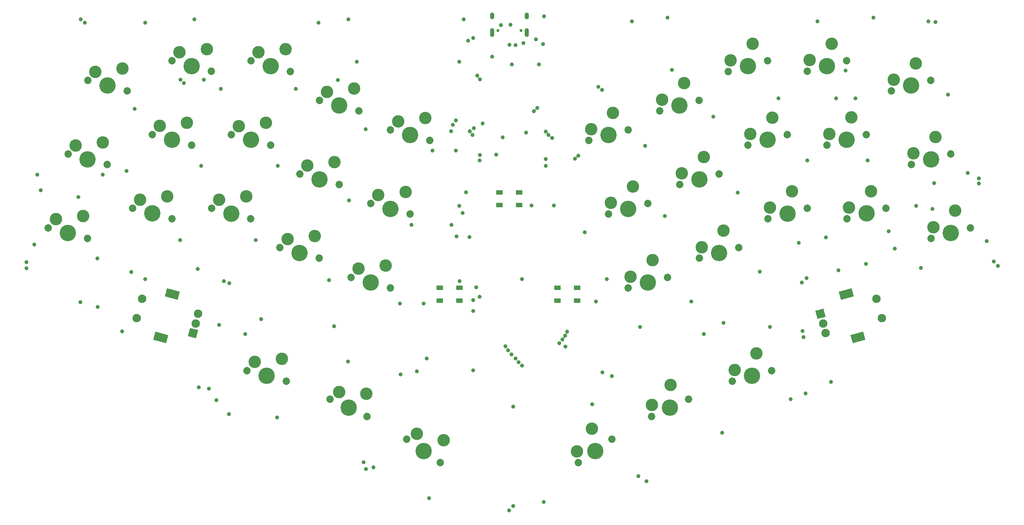
<source format=gbr>
G04 #@! TF.GenerationSoftware,KiCad,Pcbnew,(5.1.9)-1*
G04 #@! TF.CreationDate,2021-04-22T16:11:50-07:00*
G04 #@! TF.ProjectId,euclid36,6575636c-6964-4333-962e-6b696361645f,1.2*
G04 #@! TF.SameCoordinates,PX2faf080PY2faf080*
G04 #@! TF.FileFunction,Soldermask,Top*
G04 #@! TF.FilePolarity,Negative*
%FSLAX46Y46*%
G04 Gerber Fmt 4.6, Leading zero omitted, Abs format (unit mm)*
G04 Created by KiCad (PCBNEW (5.1.9)-1) date 2021-04-22 16:11:50*
%MOMM*%
%LPD*%
G01*
G04 APERTURE LIST*
%ADD10C,0.750000*%
%ADD11O,1.100000X2.200000*%
%ADD12O,1.100000X1.700000*%
%ADD13C,2.102000*%
%ADD14C,3.102000*%
%ADD15C,4.089800*%
%ADD16C,1.852000*%
%ADD17C,1.002000*%
%ADD18C,0.100000*%
G04 APERTURE END LIST*
D10*
X103550000Y19770000D03*
X97770000Y19770000D03*
D11*
X96340000Y19240000D03*
X104980000Y19240000D03*
D12*
X96340000Y23420000D03*
X104980000Y23420000D03*
G36*
G01*
X177532532Y-52199520D02*
X177014894Y-50267668D01*
G75*
G02*
X177050956Y-50205206I49262J13200D01*
G01*
X178982808Y-49687568D01*
G75*
G02*
X179045270Y-49723630I13200J-49262D01*
G01*
X179562908Y-51655482D01*
G75*
G02*
X179526846Y-51717944I-49262J-13200D01*
G01*
X177594994Y-52235582D01*
G75*
G02*
X177532532Y-52199520I-13200J49262D01*
G01*
G37*
D13*
X178935948Y-53376390D03*
X179582996Y-55791204D03*
G36*
G01*
X183395081Y-47419298D02*
X182877443Y-45487447D01*
G75*
G02*
X182913505Y-45424985I49262J13200D01*
G01*
X186004467Y-44596764D01*
G75*
G02*
X186066929Y-44632826I13200J-49262D01*
G01*
X186584567Y-46564677D01*
G75*
G02*
X186548505Y-46627139I-49262J-13200D01*
G01*
X183457543Y-47455360D01*
G75*
G02*
X183395081Y-47419298I-13200J49262D01*
G01*
G37*
G36*
G01*
X186293855Y-58237668D02*
X185776217Y-56305817D01*
G75*
G02*
X185812279Y-56243355I49262J13200D01*
G01*
X188903241Y-55415134D01*
G75*
G02*
X188965703Y-55451196I13200J-49262D01*
G01*
X189483341Y-57383047D01*
G75*
G02*
X189447279Y-57445509I-49262J-13200D01*
G01*
X186356317Y-58273730D01*
G75*
G02*
X186293855Y-58237668I-13200J49262D01*
G01*
G37*
X192294825Y-47208699D03*
X193588920Y-52038328D03*
G36*
G01*
X22922607Y-55097297D02*
X22404969Y-57029149D01*
G75*
G02*
X22342507Y-57065211I-49262J13200D01*
G01*
X20410655Y-56547573D01*
G75*
G02*
X20374593Y-56485111I13200J49262D01*
G01*
X20892231Y-54553259D01*
G75*
G02*
X20954693Y-54517197I49262J-13200D01*
G01*
X22886545Y-55034835D01*
G75*
G02*
X22922607Y-55097297I-13200J-49262D01*
G01*
G37*
X22295648Y-53376390D03*
X22942695Y-50961575D03*
G36*
G01*
X15455379Y-56305817D02*
X14937741Y-58237668D01*
G75*
G02*
X14875279Y-58273730I-49262J13200D01*
G01*
X11784317Y-57445509D01*
G75*
G02*
X11748255Y-57383047I13200J49262D01*
G01*
X12265893Y-55451196D01*
G75*
G02*
X12328355Y-55415134I49262J-13200D01*
G01*
X15419317Y-56243355D01*
G75*
G02*
X15455379Y-56305817I-13200J-49262D01*
G01*
G37*
G36*
G01*
X18354153Y-45487447D02*
X17836515Y-47419298D01*
G75*
G02*
X17774053Y-47455360I-49262J13200D01*
G01*
X14683091Y-46627139D01*
G75*
G02*
X14647029Y-46564677I13200J49262D01*
G01*
X15164667Y-44632826D01*
G75*
G02*
X15227129Y-44596764I49262J-13200D01*
G01*
X18318091Y-45424985D01*
G75*
G02*
X18354153Y-45487447I-13200J-49262D01*
G01*
G37*
X7642676Y-52038328D03*
X8936771Y-47208699D03*
D14*
X121202121Y-79595525D03*
D15*
X122035243Y-85213702D03*
D14*
X117457390Y-85318382D03*
D16*
X117873951Y-88127470D03*
X126196535Y-82299934D03*
D14*
X162319043Y-60870943D03*
D15*
X161180392Y-66435247D03*
D14*
X156842814Y-64967896D03*
D16*
X156273489Y-67750048D03*
X166087295Y-65120446D03*
D14*
X140887852Y-68741209D03*
D15*
X140732731Y-74418703D03*
D14*
X136206248Y-73726857D03*
D16*
X136128687Y-76565604D03*
X145336775Y-72271802D03*
D14*
X84190767Y-82509294D03*
D15*
X79196353Y-85213702D03*
D14*
X77532268Y-80947730D03*
D16*
X75035061Y-82299934D03*
X83357645Y-88127470D03*
D14*
X64947788Y-70888110D03*
D15*
X60498865Y-74418703D03*
D14*
X58119283Y-70506506D03*
D16*
X55894821Y-72271802D03*
X65102909Y-76565604D03*
D14*
X43819456Y-62185744D03*
D15*
X40051204Y-66435247D03*
D14*
X37028427Y-62995695D03*
D16*
X35144301Y-65120446D03*
X44958107Y-67750048D03*
D14*
X211933797Y-25225098D03*
D15*
X210795146Y-30789402D03*
D14*
X206457568Y-29322051D03*
D16*
X205888243Y-32104203D03*
X215702049Y-29474601D03*
D14*
X190903311Y-20341795D03*
D15*
X189764660Y-25906099D03*
D14*
X185427082Y-24438748D03*
D16*
X184857757Y-27220900D03*
X194671563Y-24591298D03*
D14*
X171187624Y-20365394D03*
D15*
X170048973Y-25929698D03*
D14*
X165711395Y-24462347D03*
D16*
X165142070Y-27244499D03*
X174955876Y-24614897D03*
D14*
X154101539Y-30202799D03*
D15*
X152962888Y-35767103D03*
D14*
X148625310Y-34299752D03*
D16*
X148055985Y-37081904D03*
X157869791Y-34452302D03*
D14*
X136358053Y-37586753D03*
D15*
X135219402Y-43151057D03*
D14*
X130881824Y-41683706D03*
D16*
X130312499Y-44465858D03*
X140126305Y-41836256D03*
D14*
X207003295Y-6824212D03*
D15*
X205864644Y-12388516D03*
D14*
X201527066Y-10921165D03*
D16*
X200957741Y-13703317D03*
X210771547Y-11073715D03*
D14*
X185972809Y-1940909D03*
D15*
X184834158Y-7505213D03*
D14*
X180496580Y-6037862D03*
D16*
X179927255Y-8820014D03*
X189741061Y-6190412D03*
D14*
X166257122Y-1964508D03*
D15*
X165118471Y-7528812D03*
D14*
X160780893Y-6061461D03*
D16*
X160211568Y-8843613D03*
X170025374Y-6214011D03*
D14*
X149171037Y-11801913D03*
D15*
X148032386Y-17366217D03*
D14*
X143694808Y-15898866D03*
D16*
X143125483Y-18681018D03*
X152939289Y-16051416D03*
D14*
X131427551Y-19185867D03*
D15*
X130288900Y-24750171D03*
D14*
X125951322Y-23282820D03*
D16*
X125381997Y-26064972D03*
X135195803Y-23435370D03*
D14*
X202072793Y11576674D03*
D15*
X200934142Y6012370D03*
D14*
X196596564Y7479721D03*
D16*
X196027239Y4697569D03*
X205841045Y7327171D03*
D14*
X181042307Y16459977D03*
D15*
X179903656Y10895673D03*
D14*
X175566078Y12363024D03*
D16*
X174996753Y9580872D03*
X184810559Y12210474D03*
D14*
X161326620Y16436378D03*
D15*
X160187969Y10872074D03*
D14*
X155850391Y12339425D03*
D16*
X155281066Y9557273D03*
X165094872Y12186875D03*
D14*
X144240535Y6598973D03*
D15*
X143101884Y1034669D03*
D14*
X138764306Y2502020D03*
D16*
X138194981Y-280132D03*
X148008787Y2349470D03*
D14*
X126497049Y-784981D03*
D15*
X125358398Y-6349285D03*
D14*
X121020820Y-4881934D03*
D16*
X120451495Y-7664086D03*
X130265301Y-5034484D03*
D14*
X69780446Y-38901554D03*
D15*
X66012194Y-43151057D03*
D14*
X62989417Y-39711505D03*
D16*
X61105291Y-41836256D03*
X70919097Y-44465858D03*
D14*
X52036960Y-31517600D03*
D15*
X48268708Y-35767103D03*
D14*
X45245931Y-32327551D03*
D16*
X43361805Y-34452302D03*
X53175611Y-37081904D03*
D14*
X34950875Y-21680195D03*
D15*
X31182623Y-25929698D03*
D14*
X28159846Y-22490146D03*
D16*
X26275720Y-24614897D03*
X36089526Y-27244499D03*
D14*
X15235188Y-21656596D03*
D15*
X11466936Y-25906099D03*
D14*
X8444159Y-22466547D03*
D16*
X6560033Y-24591298D03*
X16373839Y-27220900D03*
D14*
X-5795298Y-26539900D03*
D15*
X-9563550Y-30789403D03*
D14*
X-12586327Y-27349851D03*
D16*
X-14470453Y-29474602D03*
X-4656647Y-32104204D03*
D14*
X74710948Y-20500668D03*
D15*
X70942696Y-24750171D03*
D14*
X67919919Y-21310619D03*
D16*
X66035793Y-23435370D03*
X75849599Y-26064972D03*
D14*
X56967462Y-13116714D03*
D15*
X53199210Y-17366217D03*
D14*
X50176433Y-13926665D03*
D16*
X48292307Y-16051416D03*
X58106113Y-18681018D03*
D14*
X39881377Y-3279309D03*
D15*
X36113125Y-7528812D03*
D14*
X33090348Y-4089260D03*
D16*
X31206222Y-6214011D03*
X41020028Y-8843613D03*
D14*
X20165690Y-3255710D03*
D15*
X16397438Y-7505213D03*
D14*
X13374661Y-4065661D03*
D16*
X11490535Y-6190412D03*
X21304341Y-8820014D03*
D14*
X-864796Y-8139014D03*
D15*
X-4633048Y-12388517D03*
D14*
X-7655825Y-8948965D03*
D16*
X-9539951Y-11073716D03*
X273855Y-13703318D03*
D14*
X79641450Y-2099782D03*
D15*
X75873198Y-6349285D03*
D14*
X72850421Y-2909733D03*
D16*
X70966295Y-5034484D03*
X80780101Y-7664086D03*
D14*
X61897964Y5284172D03*
D15*
X58129712Y1034669D03*
D14*
X55106935Y4474221D03*
D16*
X53222809Y2349470D03*
X63036615Y-280132D03*
D14*
X44811879Y15121577D03*
D15*
X41043627Y10872074D03*
D14*
X38020850Y14311626D03*
D16*
X36136724Y12186875D03*
X45950530Y9557273D03*
D14*
X25096192Y15145176D03*
D15*
X21327940Y10895673D03*
D14*
X18305163Y14335225D03*
D16*
X16421037Y12210474D03*
X26234843Y9580872D03*
D14*
X4065706Y10261872D03*
D15*
X297454Y6012369D03*
D14*
X-2725323Y9451921D03*
D16*
X-4609449Y7327170D03*
X5204357Y4697568D03*
G36*
G01*
X97349000Y-21131250D02*
X97349000Y-20131250D01*
G75*
G02*
X97400000Y-20080250I51000J0D01*
G01*
X98900000Y-20080250D01*
G75*
G02*
X98951000Y-20131250I0J-51000D01*
G01*
X98951000Y-21131250D01*
G75*
G02*
X98900000Y-21182250I-51000J0D01*
G01*
X97400000Y-21182250D01*
G75*
G02*
X97349000Y-21131250I0J51000D01*
G01*
G37*
G36*
G01*
X97349000Y-24331250D02*
X97349000Y-23331250D01*
G75*
G02*
X97400000Y-23280250I51000J0D01*
G01*
X98900000Y-23280250D01*
G75*
G02*
X98951000Y-23331250I0J-51000D01*
G01*
X98951000Y-24331250D01*
G75*
G02*
X98900000Y-24382250I-51000J0D01*
G01*
X97400000Y-24382250D01*
G75*
G02*
X97349000Y-24331250I0J51000D01*
G01*
G37*
G36*
G01*
X102249000Y-21131250D02*
X102249000Y-20131250D01*
G75*
G02*
X102300000Y-20080250I51000J0D01*
G01*
X103800000Y-20080250D01*
G75*
G02*
X103851000Y-20131250I0J-51000D01*
G01*
X103851000Y-21131250D01*
G75*
G02*
X103800000Y-21182250I-51000J0D01*
G01*
X102300000Y-21182250D01*
G75*
G02*
X102249000Y-21131250I0J51000D01*
G01*
G37*
G36*
G01*
X102249000Y-24331250D02*
X102249000Y-23331250D01*
G75*
G02*
X102300000Y-23280250I51000J0D01*
G01*
X103800000Y-23280250D01*
G75*
G02*
X103851000Y-23331250I0J-51000D01*
G01*
X103851000Y-24331250D01*
G75*
G02*
X103800000Y-24382250I-51000J0D01*
G01*
X102300000Y-24382250D01*
G75*
G02*
X102249000Y-24331250I0J51000D01*
G01*
G37*
G36*
G01*
X87380250Y-48143750D02*
X87380250Y-47143750D01*
G75*
G02*
X87431250Y-47092750I51000J0D01*
G01*
X88931250Y-47092750D01*
G75*
G02*
X88982250Y-47143750I0J-51000D01*
G01*
X88982250Y-48143750D01*
G75*
G02*
X88931250Y-48194750I-51000J0D01*
G01*
X87431250Y-48194750D01*
G75*
G02*
X87380250Y-48143750I0J51000D01*
G01*
G37*
G36*
G01*
X87380250Y-44943750D02*
X87380250Y-43943750D01*
G75*
G02*
X87431250Y-43892750I51000J0D01*
G01*
X88931250Y-43892750D01*
G75*
G02*
X88982250Y-43943750I0J-51000D01*
G01*
X88982250Y-44943750D01*
G75*
G02*
X88931250Y-44994750I-51000J0D01*
G01*
X87431250Y-44994750D01*
G75*
G02*
X87380250Y-44943750I0J51000D01*
G01*
G37*
G36*
G01*
X82480250Y-48143750D02*
X82480250Y-47143750D01*
G75*
G02*
X82531250Y-47092750I51000J0D01*
G01*
X84031250Y-47092750D01*
G75*
G02*
X84082250Y-47143750I0J-51000D01*
G01*
X84082250Y-48143750D01*
G75*
G02*
X84031250Y-48194750I-51000J0D01*
G01*
X82531250Y-48194750D01*
G75*
G02*
X82480250Y-48143750I0J51000D01*
G01*
G37*
G36*
G01*
X82480250Y-44943750D02*
X82480250Y-43943750D01*
G75*
G02*
X82531250Y-43892750I51000J0D01*
G01*
X84031250Y-43892750D01*
G75*
G02*
X84082250Y-43943750I0J-51000D01*
G01*
X84082250Y-44943750D01*
G75*
G02*
X84031250Y-44994750I-51000J0D01*
G01*
X82531250Y-44994750D01*
G75*
G02*
X82480250Y-44943750I0J51000D01*
G01*
G37*
G36*
G01*
X111849000Y-44943750D02*
X111849000Y-43943750D01*
G75*
G02*
X111900000Y-43892750I51000J0D01*
G01*
X113400000Y-43892750D01*
G75*
G02*
X113451000Y-43943750I0J-51000D01*
G01*
X113451000Y-44943750D01*
G75*
G02*
X113400000Y-44994750I-51000J0D01*
G01*
X111900000Y-44994750D01*
G75*
G02*
X111849000Y-44943750I0J51000D01*
G01*
G37*
G36*
G01*
X111849000Y-48143750D02*
X111849000Y-47143750D01*
G75*
G02*
X111900000Y-47092750I51000J0D01*
G01*
X113400000Y-47092750D01*
G75*
G02*
X113451000Y-47143750I0J-51000D01*
G01*
X113451000Y-48143750D01*
G75*
G02*
X113400000Y-48194750I-51000J0D01*
G01*
X111900000Y-48194750D01*
G75*
G02*
X111849000Y-48143750I0J51000D01*
G01*
G37*
G36*
G01*
X116749000Y-44943750D02*
X116749000Y-43943750D01*
G75*
G02*
X116800000Y-43892750I51000J0D01*
G01*
X118300000Y-43892750D01*
G75*
G02*
X118351000Y-43943750I0J-51000D01*
G01*
X118351000Y-44943750D01*
G75*
G02*
X118300000Y-44994750I-51000J0D01*
G01*
X116800000Y-44994750D01*
G75*
G02*
X116749000Y-44943750I0J51000D01*
G01*
G37*
G36*
G01*
X116749000Y-48143750D02*
X116749000Y-47143750D01*
G75*
G02*
X116800000Y-47092750I51000J0D01*
G01*
X118300000Y-47092750D01*
G75*
G02*
X118351000Y-47143750I0J-51000D01*
G01*
X118351000Y-48143750D01*
G75*
G02*
X118300000Y-48194750I-51000J0D01*
G01*
X116800000Y-48194750D01*
G75*
G02*
X116749000Y-48143750I0J51000D01*
G01*
G37*
D17*
X7120000Y240000D03*
X28590000Y5210000D03*
X47300000Y5210000D03*
X64790000Y-4910000D03*
X87303000Y-10170000D03*
X81470000Y-10170000D03*
X91743000Y-4600000D03*
X87303000Y-2663000D03*
X86176001Y-28760000D03*
X5080000Y-15250000D03*
X23690000Y-14060000D03*
X42830000Y-14060000D03*
X60610000Y-22690000D03*
X76170000Y-28760000D03*
X90749852Y-5377000D03*
X86526000Y-3750000D03*
X-2260000Y-37110000D03*
X-2100578Y-49270578D03*
X3999422Y-55370578D03*
X37310000Y-32580000D03*
X55595000Y-42575000D03*
X73330000Y-48370000D03*
X79250000Y-48370000D03*
X91450000Y-6320000D03*
X86053000Y-5397458D03*
X18440000Y-32580000D03*
X210120000Y3770000D03*
X167820000Y2790000D03*
X151545000Y-1715000D03*
X134545000Y-9015000D03*
X186990000Y2790000D03*
X109690000Y-5510000D03*
X182190000Y2790000D03*
X119420000Y-30630000D03*
X215000000Y-15790000D03*
X190020000Y-12670000D03*
X174980000Y-12670000D03*
X157600000Y-20700000D03*
X139450000Y-26510000D03*
X110418575Y-6334126D03*
X117865578Y-11514422D03*
X195340000Y-30390000D03*
X196870000Y-34710000D03*
X219760000Y-32810000D03*
X179640000Y-31880000D03*
X163130000Y-40470000D03*
X146070000Y-47920000D03*
X111300000Y-7111126D03*
X117018985Y-12216764D03*
X122250000Y-47850000D03*
X109700000Y-12290500D03*
X109730000Y-14060000D03*
X109200000Y-97900000D03*
X170860000Y-72250000D03*
X42670000Y-76810000D03*
X64250000Y-88000000D03*
X80595000Y-96965000D03*
X132820000Y-91470000D03*
X153700000Y-80670000D03*
X94000000Y-3450000D03*
X90340000Y17190000D03*
X101540000Y-98960000D03*
X221560000Y-37870000D03*
X205230000Y22060000D03*
X131180000Y22050000D03*
X177500000Y22060000D03*
X202200000Y-23970000D03*
X217853029Y-18396971D03*
X174600000Y-70799500D03*
X64820000Y-89730000D03*
X-19900000Y-38090000D03*
X-5380000Y21699500D03*
X23105000Y-69345000D03*
X-6950000Y-21820000D03*
X-16399499Y-20149499D03*
X9759500Y21699500D03*
X53009500Y21699500D03*
X92390501Y-44330501D03*
X89821010Y-20658990D03*
X121330000Y-73560000D03*
X101540000Y-74120000D03*
X-6390000Y22540000D03*
X-19930000Y-39590000D03*
X222550000Y-38960000D03*
X206950000Y21870000D03*
X89240000Y22580000D03*
X100550000Y-100060000D03*
X206690000Y-18380000D03*
X217850000Y-17150000D03*
X191460000Y22980000D03*
X180945000Y-67955000D03*
X77520000Y-65360000D03*
X91550000Y-65070000D03*
X30670000Y-75970000D03*
X-840000Y-16250000D03*
X-17240000Y-16180000D03*
X18490000Y7500000D03*
X24370000Y7500000D03*
X22030000Y22540000D03*
X91550000Y-47590000D03*
X91550000Y-50230000D03*
X134850000Y-92790000D03*
X140080000Y22980000D03*
X60450000Y22540000D03*
X88980510Y-25780000D03*
X28170000Y-53740000D03*
X109260000Y23300000D03*
X106140000Y-23900000D03*
X111730000Y-23930000D03*
X103780000Y-63900000D03*
X34700000Y-56000000D03*
X9750000Y-42330000D03*
X124970000Y-42330000D03*
X103820000Y-42310000D03*
X102910000Y-63020000D03*
X60350000Y-62880000D03*
X-17930000Y-33640000D03*
X149190000Y-56010000D03*
X102140000Y-62070000D03*
X6270000Y-40513000D03*
X79960000Y-62070000D03*
X165710000Y-54270000D03*
X101200000Y-61060000D03*
X182790000Y-40060000D03*
X133210000Y-54240000D03*
X22840000Y-39736000D03*
X100350000Y-60040000D03*
X203310000Y-39470000D03*
X38640000Y-52260000D03*
X154100000Y-53250000D03*
X99670000Y-59080000D03*
X56910000Y-54100000D03*
X114660000Y-59190000D03*
X189620000Y-38505999D03*
X91580000Y17910000D03*
X88180000Y-42770500D03*
X88140010Y-24020000D03*
X93231001Y-46670000D03*
X90680000Y-31800000D03*
X87403000Y-31620000D03*
X88080000Y11960000D03*
X62590000Y11930000D03*
X57780000Y7400000D03*
X19410000Y6659500D03*
X-6485676Y-48025676D03*
X27514324Y-72565676D03*
X25658746Y-69611254D03*
X66730000Y-89300000D03*
X73450000Y-66070000D03*
X126260000Y-66530000D03*
X123860000Y-65560000D03*
X174050000Y-56810000D03*
X172860000Y-33270000D03*
X206248484Y-24810500D03*
X184570000Y9780000D03*
X141200000Y9960000D03*
X106720000Y-350000D03*
X123780000Y4970000D03*
X107612296Y427000D03*
X122820000Y5747000D03*
X113887000Y-57340000D03*
X30750000Y-43350000D03*
X113110000Y-58320000D03*
X29370000Y-42830000D03*
X115070000Y-55430000D03*
X174840000Y-42010000D03*
X114572245Y-56479509D03*
X173637000Y-43160000D03*
X173800000Y-55230000D03*
X98979500Y-6870000D03*
X104800000Y-5710000D03*
X97365426Y-11194074D03*
X96350000Y13220000D03*
X108030000Y11300000D03*
X101270000Y11270000D03*
X104090000Y16640000D03*
X93230500Y-12648093D03*
X92590000Y8510000D03*
X93297000Y-11300000D03*
X93297000Y7607729D03*
X109040000Y16350000D03*
X102188420Y16142736D03*
X100633000Y16240000D03*
X100930000Y21160000D03*
X98560000Y21120000D03*
X107220000Y17560000D03*
D18*
G36*
X102527028Y-62389495D02*
G01*
X102526759Y-62391124D01*
X102524405Y-62394647D01*
X102512992Y-62416000D01*
X102505992Y-62439075D01*
X102503629Y-62463066D01*
X102505992Y-62487057D01*
X102512992Y-62510132D01*
X102524357Y-62531396D01*
X102539652Y-62550033D01*
X102558289Y-62565328D01*
X102579553Y-62576693D01*
X102602628Y-62583693D01*
X102626619Y-62586056D01*
X102650610Y-62583693D01*
X102671653Y-62577309D01*
X102673601Y-62577763D01*
X102674182Y-62579677D01*
X102673345Y-62580886D01*
X102593443Y-62634276D01*
X102526318Y-62701401D01*
X102524386Y-62701919D01*
X102522972Y-62700505D01*
X102523241Y-62698876D01*
X102525595Y-62695353D01*
X102537008Y-62674000D01*
X102544008Y-62650925D01*
X102546371Y-62626934D01*
X102544008Y-62602943D01*
X102537008Y-62579868D01*
X102525643Y-62558604D01*
X102510348Y-62539967D01*
X102491711Y-62524672D01*
X102470447Y-62513307D01*
X102447372Y-62506307D01*
X102423381Y-62503944D01*
X102399390Y-62506307D01*
X102378347Y-62512691D01*
X102376399Y-62512237D01*
X102375818Y-62510323D01*
X102376655Y-62509114D01*
X102456557Y-62455724D01*
X102523682Y-62388599D01*
X102525614Y-62388081D01*
X102527028Y-62389495D01*
G37*
G36*
X100074545Y-59373790D02*
G01*
X100074515Y-59375618D01*
X100065949Y-59391645D01*
X100058949Y-59414720D01*
X100056586Y-59438711D01*
X100058949Y-59462702D01*
X100065949Y-59485777D01*
X100077315Y-59507041D01*
X100092610Y-59525677D01*
X100111247Y-59540973D01*
X100132511Y-59552337D01*
X100155586Y-59559337D01*
X100179577Y-59561700D01*
X100202235Y-59559468D01*
X100204057Y-59560293D01*
X100204253Y-59562283D01*
X100203196Y-59563306D01*
X100114777Y-59599930D01*
X100033443Y-59654276D01*
X99964276Y-59723443D01*
X99948912Y-59746436D01*
X99947118Y-59747321D01*
X99945455Y-59746210D01*
X99945485Y-59744382D01*
X99954051Y-59728355D01*
X99961051Y-59705280D01*
X99963414Y-59681289D01*
X99961051Y-59657298D01*
X99954051Y-59634223D01*
X99942685Y-59612959D01*
X99927390Y-59594323D01*
X99908753Y-59579027D01*
X99887489Y-59567663D01*
X99864414Y-59560663D01*
X99840423Y-59558300D01*
X99817765Y-59560532D01*
X99815943Y-59559707D01*
X99815747Y-59557717D01*
X99816804Y-59556694D01*
X99905223Y-59520070D01*
X99986557Y-59465724D01*
X100055724Y-59396557D01*
X100071088Y-59373564D01*
X100072882Y-59372679D01*
X100074545Y-59373790D01*
G37*
G36*
X114119732Y-56684692D02*
G01*
X114132175Y-56714732D01*
X114186521Y-56796066D01*
X114255688Y-56865233D01*
X114337022Y-56919579D01*
X114427394Y-56957012D01*
X114477303Y-56966940D01*
X114478807Y-56968259D01*
X114478417Y-56970221D01*
X114476717Y-56970892D01*
X114458629Y-56969110D01*
X114434638Y-56971473D01*
X114411563Y-56978473D01*
X114390300Y-56989839D01*
X114371663Y-57005134D01*
X114356368Y-57023771D01*
X114345003Y-57045035D01*
X114338003Y-57068110D01*
X114335640Y-57092101D01*
X114338003Y-57116092D01*
X114343275Y-57133471D01*
X114342821Y-57135419D01*
X114340907Y-57136000D01*
X114339513Y-57134817D01*
X114327070Y-57104777D01*
X114272724Y-57023443D01*
X114203557Y-56954276D01*
X114122223Y-56899930D01*
X114031851Y-56862497D01*
X113981942Y-56852569D01*
X113980438Y-56851250D01*
X113980828Y-56849288D01*
X113982528Y-56848617D01*
X114000616Y-56850399D01*
X114024607Y-56848036D01*
X114047682Y-56841036D01*
X114068945Y-56829670D01*
X114087582Y-56814375D01*
X114102877Y-56795738D01*
X114114242Y-56774474D01*
X114121242Y-56751399D01*
X114123605Y-56727408D01*
X114121242Y-56703417D01*
X114115970Y-56686038D01*
X114116424Y-56684090D01*
X114118338Y-56683509D01*
X114119732Y-56684692D01*
G37*
G36*
X114709186Y-55771467D02*
G01*
X114753443Y-55815724D01*
X114834777Y-55870070D01*
X114925149Y-55907503D01*
X115021200Y-55926610D01*
X115022704Y-55927929D01*
X115022314Y-55929891D01*
X115021006Y-55930562D01*
X115002764Y-55932358D01*
X114979689Y-55939358D01*
X114958425Y-55950723D01*
X114939788Y-55966018D01*
X114924493Y-55984655D01*
X114913128Y-56005919D01*
X114906128Y-56028994D01*
X114903765Y-56052985D01*
X114906128Y-56076976D01*
X114913128Y-56100051D01*
X114924493Y-56121315D01*
X114936019Y-56135359D01*
X114936345Y-56137333D01*
X114934799Y-56138601D01*
X114933059Y-56138042D01*
X114888802Y-56093785D01*
X114807468Y-56039439D01*
X114717096Y-56002006D01*
X114621045Y-55982899D01*
X114619541Y-55981580D01*
X114619931Y-55979618D01*
X114621239Y-55978947D01*
X114639481Y-55977151D01*
X114662556Y-55970151D01*
X114683820Y-55958786D01*
X114702457Y-55943491D01*
X114717752Y-55924854D01*
X114729117Y-55903590D01*
X114736117Y-55880515D01*
X114738480Y-55856524D01*
X114736117Y-55832533D01*
X114729117Y-55809458D01*
X114717752Y-55788194D01*
X114706226Y-55774150D01*
X114705900Y-55772176D01*
X114707446Y-55770908D01*
X114709186Y-55771467D01*
G37*
G36*
X117380607Y-11621732D02*
G01*
X117388075Y-11659273D01*
X117425508Y-11749645D01*
X117479854Y-11830979D01*
X117549021Y-11900146D01*
X117630355Y-11954492D01*
X117671844Y-11971678D01*
X117673062Y-11973265D01*
X117672297Y-11975113D01*
X117670498Y-11975440D01*
X117653108Y-11970164D01*
X117629116Y-11967801D01*
X117605125Y-11970164D01*
X117582050Y-11977164D01*
X117560787Y-11988529D01*
X117542150Y-12003825D01*
X117526855Y-12022462D01*
X117515490Y-12043725D01*
X117508490Y-12066800D01*
X117506127Y-12090792D01*
X117507908Y-12108868D01*
X117507083Y-12110690D01*
X117505093Y-12110886D01*
X117503956Y-12109454D01*
X117496488Y-12071913D01*
X117459055Y-11981541D01*
X117404709Y-11900207D01*
X117335542Y-11831040D01*
X117254208Y-11776694D01*
X117212719Y-11759508D01*
X117211501Y-11757921D01*
X117212266Y-11756073D01*
X117214065Y-11755746D01*
X117231455Y-11761022D01*
X117255447Y-11763385D01*
X117279438Y-11761022D01*
X117302513Y-11754022D01*
X117323776Y-11742657D01*
X117342413Y-11727361D01*
X117357708Y-11708724D01*
X117369073Y-11687461D01*
X117376073Y-11664386D01*
X117378436Y-11640394D01*
X117376655Y-11622318D01*
X117377480Y-11620496D01*
X117379470Y-11620300D01*
X117380607Y-11621732D01*
G37*
G36*
X110882062Y-6520654D02*
G01*
X110882389Y-6522452D01*
X110877116Y-6539839D01*
X110874752Y-6563831D01*
X110877115Y-6587822D01*
X110884115Y-6610897D01*
X110895480Y-6632160D01*
X110910775Y-6650797D01*
X110929412Y-6666093D01*
X110950676Y-6677458D01*
X110973751Y-6684458D01*
X110997742Y-6686821D01*
X111021733Y-6684458D01*
X111044808Y-6677458D01*
X111059759Y-6669467D01*
X111059935Y-6669384D01*
X111060494Y-6669152D01*
X111062477Y-6669411D01*
X111063244Y-6671259D01*
X111062372Y-6672662D01*
X110983443Y-6725402D01*
X110914276Y-6794569D01*
X110859930Y-6875903D01*
X110839948Y-6924145D01*
X110838361Y-6925363D01*
X110836513Y-6924598D01*
X110836186Y-6922800D01*
X110841459Y-6905413D01*
X110843823Y-6881421D01*
X110841460Y-6857430D01*
X110834460Y-6834355D01*
X110823095Y-6813092D01*
X110807800Y-6794455D01*
X110789163Y-6779159D01*
X110767899Y-6767794D01*
X110744824Y-6760794D01*
X110720833Y-6758431D01*
X110696842Y-6760794D01*
X110673767Y-6767794D01*
X110658816Y-6775785D01*
X110658640Y-6775868D01*
X110658081Y-6776100D01*
X110656098Y-6775841D01*
X110655331Y-6773993D01*
X110656203Y-6772590D01*
X110735132Y-6719850D01*
X110804299Y-6650683D01*
X110858645Y-6569349D01*
X110878627Y-6521107D01*
X110880214Y-6519889D01*
X110882062Y-6520654D01*
G37*
G36*
X110158476Y-5684485D02*
G01*
X110158803Y-5686284D01*
X110153528Y-5703672D01*
X110151165Y-5727663D01*
X110153528Y-5751654D01*
X110160528Y-5774729D01*
X110171893Y-5795992D01*
X110187188Y-5814629D01*
X110205825Y-5829925D01*
X110227089Y-5841290D01*
X110250164Y-5848290D01*
X110274155Y-5850653D01*
X110292237Y-5848872D01*
X110294059Y-5849697D01*
X110294255Y-5851687D01*
X110292823Y-5852824D01*
X110273724Y-5856623D01*
X110183352Y-5894056D01*
X110102018Y-5948402D01*
X110032851Y-6017569D01*
X109978505Y-6098903D01*
X109953534Y-6159188D01*
X109951947Y-6160406D01*
X109950099Y-6159641D01*
X109949772Y-6157842D01*
X109955047Y-6140454D01*
X109957410Y-6116463D01*
X109955047Y-6092472D01*
X109948047Y-6069397D01*
X109936682Y-6048134D01*
X109921387Y-6029497D01*
X109902750Y-6014201D01*
X109881486Y-6002836D01*
X109858411Y-5995836D01*
X109834420Y-5993473D01*
X109816338Y-5995254D01*
X109814516Y-5994429D01*
X109814320Y-5992439D01*
X109815752Y-5991302D01*
X109834851Y-5987503D01*
X109925223Y-5950070D01*
X110006557Y-5895724D01*
X110075724Y-5826557D01*
X110130070Y-5745223D01*
X110155041Y-5684938D01*
X110156628Y-5683720D01*
X110158476Y-5684485D01*
G37*
G36*
X91164404Y-5655813D02*
G01*
X91164374Y-5657641D01*
X91155812Y-5673660D01*
X91148812Y-5696735D01*
X91146449Y-5720726D01*
X91148812Y-5744717D01*
X91155812Y-5767792D01*
X91167177Y-5789056D01*
X91182472Y-5807692D01*
X91201109Y-5822988D01*
X91222373Y-5834353D01*
X91245448Y-5841353D01*
X91269439Y-5843716D01*
X91293524Y-5841343D01*
X91301329Y-5839791D01*
X91303223Y-5840434D01*
X91303613Y-5842396D01*
X91302484Y-5843601D01*
X91214777Y-5879930D01*
X91133443Y-5934276D01*
X91064276Y-6003443D01*
X91038905Y-6041413D01*
X91037111Y-6042298D01*
X91035448Y-6041187D01*
X91035478Y-6039359D01*
X91044040Y-6023340D01*
X91051040Y-6000265D01*
X91053403Y-5976274D01*
X91051040Y-5952283D01*
X91044040Y-5929208D01*
X91032675Y-5907944D01*
X91017380Y-5889308D01*
X90998743Y-5874012D01*
X90977479Y-5862647D01*
X90954404Y-5855647D01*
X90930413Y-5853284D01*
X90906328Y-5855657D01*
X90898523Y-5857209D01*
X90896629Y-5856566D01*
X90896239Y-5854604D01*
X90897368Y-5853399D01*
X90985075Y-5817070D01*
X91066409Y-5762724D01*
X91135576Y-5693557D01*
X91160947Y-5655587D01*
X91162741Y-5654702D01*
X91164404Y-5655813D01*
G37*
G36*
X107156404Y229974D02*
G01*
X107172226Y191777D01*
X107226572Y110443D01*
X107295739Y41276D01*
X107360151Y-1763D01*
X107361036Y-3557D01*
X107359925Y-5220D01*
X107358097Y-5190D01*
X107342072Y3375D01*
X107318997Y10375D01*
X107295006Y12738D01*
X107271015Y10375D01*
X107247940Y3375D01*
X107226677Y-7991D01*
X107208040Y-23286D01*
X107192745Y-41923D01*
X107181380Y-63187D01*
X107174380Y-86262D01*
X107172017Y-110253D01*
X107174380Y-134244D01*
X107179654Y-151628D01*
X107179200Y-153576D01*
X107177286Y-154157D01*
X107175892Y-152974D01*
X107160070Y-114777D01*
X107105724Y-33443D01*
X107036557Y35724D01*
X106972145Y78763D01*
X106971260Y80557D01*
X106972371Y82220D01*
X106974199Y82190D01*
X106990224Y73625D01*
X107013299Y66625D01*
X107037290Y64262D01*
X107061281Y66625D01*
X107084356Y73625D01*
X107105619Y84991D01*
X107124256Y100286D01*
X107139551Y118923D01*
X107150916Y140187D01*
X107157916Y163262D01*
X107160279Y187253D01*
X107157916Y211244D01*
X107152642Y228628D01*
X107153096Y230576D01*
X107155010Y231157D01*
X107156404Y229974D01*
G37*
G36*
X93031923Y8272150D02*
G01*
X93031977Y8270500D01*
X93029930Y8265558D01*
X93029846Y8265380D01*
X93026289Y8258725D01*
X93019294Y8235653D01*
X93016933Y8211659D01*
X93019299Y8187668D01*
X93026302Y8164594D01*
X93037669Y8143332D01*
X93052967Y8124697D01*
X93071606Y8109405D01*
X93092872Y8098040D01*
X93115944Y8091045D01*
X93139938Y8088684D01*
X93157998Y8090464D01*
X93159820Y8089639D01*
X93160016Y8087649D01*
X93158584Y8086512D01*
X93152149Y8085232D01*
X93061777Y8047799D01*
X92980443Y7993453D01*
X92911276Y7924286D01*
X92858534Y7845353D01*
X92856740Y7844468D01*
X92855077Y7845579D01*
X92855023Y7847229D01*
X92857070Y7852171D01*
X92857154Y7852349D01*
X92860711Y7859004D01*
X92867706Y7882076D01*
X92870067Y7906070D01*
X92867701Y7930061D01*
X92860698Y7953135D01*
X92849331Y7974397D01*
X92834033Y7993032D01*
X92815394Y8008324D01*
X92794128Y8019689D01*
X92771056Y8026684D01*
X92747062Y8029045D01*
X92729002Y8027265D01*
X92727180Y8028090D01*
X92726984Y8030080D01*
X92728416Y8031217D01*
X92734851Y8032497D01*
X92825223Y8069930D01*
X92906557Y8124276D01*
X92975724Y8193443D01*
X93028466Y8272376D01*
X93030260Y8273261D01*
X93031923Y8272150D01*
G37*
M02*

</source>
